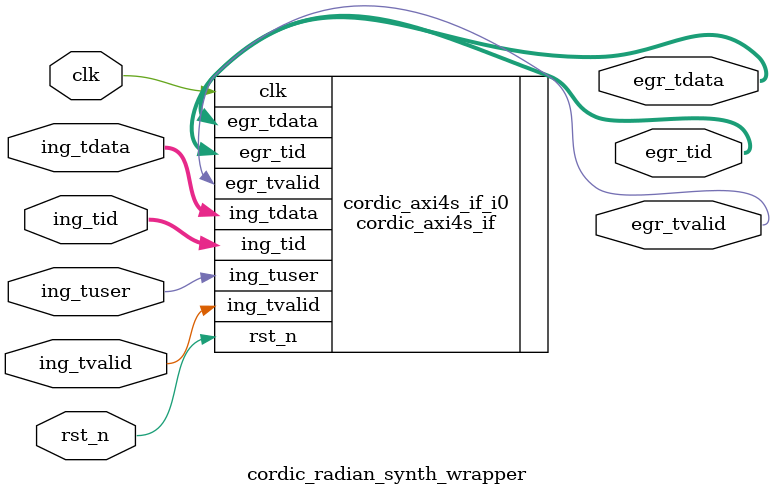
<source format=sv>

`default_nettype none

module cordic_radian_synth_wrapper #(
  parameter int AXI_DATA_WIDTH_P = 16,
  parameter int AXI_ID_WIDTH_P   = 3,
  parameter int NR_OF_STAGES_P   = 16
)(
  // Clock and reset
  input  wire                             clk,
  input  wire                             rst_n,

  // AXI4-S master side
  input  wire                             ing_tvalid,
  input  wire    [AXI_DATA_WIDTH_P-1 : 0] ing_tdata,
  input  wire      [AXI_ID_WIDTH_P-1 : 0] ing_tid,
  input  wire                             ing_tuser,

  // AXI4-S slave side
  output logic                            egr_tvalid,
  output logic [2*AXI_DATA_WIDTH_P-1 : 0] egr_tdata,
  output logic     [AXI_ID_WIDTH_P-1 : 0] egr_tid
);

  cordic_axi4s_if #(
    .AXI_DATA_WIDTH_P ( AXI_DATA_WIDTH_P ),
    .AXI_ID_WIDTH_P   ( AXI_ID_WIDTH_P   ),
    .NR_OF_STAGES_P   ( NR_OF_STAGES_P   )
  ) cordic_axi4s_if_i0 (
    .clk              ( clk              ),
    .rst_n            ( rst_n            ),
    .ing_tvalid       ( ing_tvalid       ),
    .ing_tdata        ( ing_tdata        ),
    .ing_tid          ( ing_tid          ),
    .ing_tuser        ( ing_tuser        ),
    .egr_tvalid       ( egr_tvalid       ),
    .egr_tdata        ( egr_tdata        ),
    .egr_tid          ( egr_tid          )
  );


endmodule

`default_nettype wire

</source>
